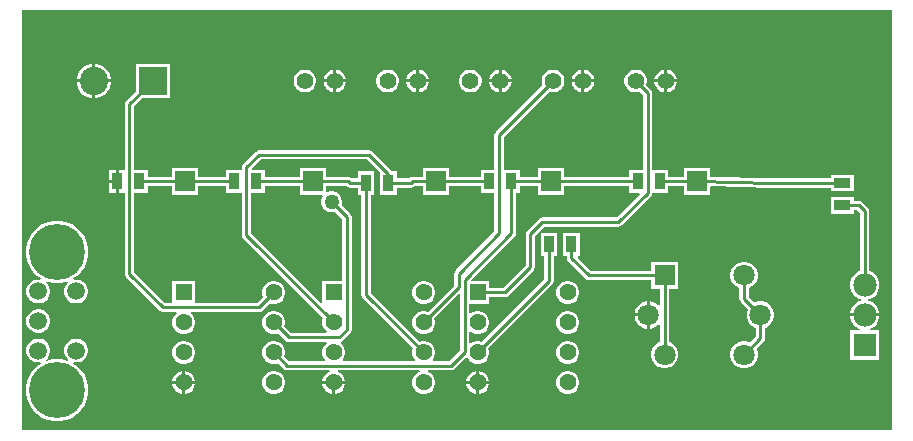
<source format=gtl>
G04*
G04 #@! TF.GenerationSoftware,Altium Limited,Altium Designer,23.2.1 (34)*
G04*
G04 Layer_Physical_Order=1*
G04 Layer_Color=255*
%FSLAX44Y44*%
%MOMM*%
G71*
G04*
G04 #@! TF.SameCoordinates,2F04A12E-80DC-47A9-97FB-97186C95C1CF*
G04*
G04*
G04 #@! TF.FilePolarity,Positive*
G04*
G01*
G75*
%ADD14C,0.2540*%
%ADD15R,0.9000X1.4500*%
%ADD16R,1.4500X0.9000*%
%ADD32C,1.5000*%
%ADD33C,4.7400*%
%ADD34C,2.4000*%
%ADD35R,2.4000X2.4000*%
%ADD36R,1.7250X1.7250*%
%ADD37C,1.4250*%
%ADD38R,1.4250X1.4250*%
%ADD39R,1.9800X1.9800*%
%ADD40C,1.9800*%
%ADD41R,1.8000X1.8000*%
%ADD42C,1.8000*%
%ADD43C,1.4160*%
%ADD44C,1.2700*%
G36*
X1003300Y260350D02*
X266700D01*
Y615950D01*
X1003300D01*
Y260350D01*
D02*
G37*
%LPC*%
G36*
X329574Y570800D02*
X328930D01*
Y557530D01*
X342200D01*
Y558174D01*
X341209Y561872D01*
X339295Y565188D01*
X336588Y567895D01*
X333272Y569809D01*
X329574Y570800D01*
D02*
G37*
G36*
X813100Y565879D02*
Y557530D01*
X821449D01*
X820795Y559973D01*
X819528Y562167D01*
X817737Y563958D01*
X815543Y565224D01*
X813100Y565879D01*
D02*
G37*
G36*
X810560D02*
X808117Y565224D01*
X805923Y563958D01*
X804132Y562167D01*
X802866Y559973D01*
X802211Y557530D01*
X810560D01*
Y565879D01*
D02*
G37*
G36*
X743100D02*
Y557530D01*
X751449D01*
X750794Y559973D01*
X749528Y562167D01*
X747737Y563958D01*
X745543Y565224D01*
X743100Y565879D01*
D02*
G37*
G36*
X740560D02*
X738117Y565224D01*
X735923Y563958D01*
X734132Y562167D01*
X732866Y559973D01*
X732211Y557530D01*
X740560D01*
Y565879D01*
D02*
G37*
G36*
X673100D02*
Y557530D01*
X681449D01*
X680794Y559973D01*
X679528Y562167D01*
X677737Y563958D01*
X675543Y565224D01*
X673100Y565879D01*
D02*
G37*
G36*
X670560D02*
X668117Y565224D01*
X665923Y563958D01*
X664132Y562167D01*
X662866Y559973D01*
X662211Y557530D01*
X670560D01*
Y565879D01*
D02*
G37*
G36*
X603100D02*
Y557530D01*
X611449D01*
X610794Y559973D01*
X609528Y562167D01*
X607737Y563958D01*
X605543Y565224D01*
X603100Y565879D01*
D02*
G37*
G36*
X600560D02*
X598117Y565224D01*
X595923Y563958D01*
X594132Y562167D01*
X592866Y559973D01*
X592211Y557530D01*
X600560D01*
Y565879D01*
D02*
G37*
G36*
X533100D02*
Y557530D01*
X541449D01*
X540794Y559973D01*
X539528Y562167D01*
X537737Y563958D01*
X535543Y565224D01*
X533100Y565879D01*
D02*
G37*
G36*
X530560D02*
X528117Y565224D01*
X525923Y563958D01*
X524132Y562167D01*
X522865Y559973D01*
X522211Y557530D01*
X530560D01*
Y565879D01*
D02*
G37*
G36*
X326390Y570800D02*
X325746D01*
X322048Y569809D01*
X318732Y567895D01*
X316025Y565188D01*
X314111Y561872D01*
X313120Y558174D01*
Y557530D01*
X326390D01*
Y570800D01*
D02*
G37*
G36*
X821449Y554990D02*
X813100D01*
Y546641D01*
X815543Y547296D01*
X817737Y548562D01*
X819528Y550353D01*
X820795Y552547D01*
X821449Y554990D01*
D02*
G37*
G36*
X810560D02*
X802211D01*
X802866Y552547D01*
X804132Y550353D01*
X805923Y548562D01*
X808117Y547296D01*
X810560Y546641D01*
Y554990D01*
D02*
G37*
G36*
X751449D02*
X743100D01*
Y546641D01*
X745543Y547296D01*
X747737Y548562D01*
X749528Y550353D01*
X750794Y552547D01*
X751449Y554990D01*
D02*
G37*
G36*
X740560D02*
X732211D01*
X732866Y552547D01*
X734132Y550353D01*
X735923Y548562D01*
X738117Y547296D01*
X740560Y546641D01*
Y554990D01*
D02*
G37*
G36*
X681449D02*
X673100D01*
Y546641D01*
X675543Y547296D01*
X677737Y548562D01*
X679528Y550353D01*
X680794Y552547D01*
X681449Y554990D01*
D02*
G37*
G36*
X670560D02*
X662211D01*
X662866Y552547D01*
X664132Y550353D01*
X665923Y548562D01*
X668117Y547296D01*
X670560Y546641D01*
Y554990D01*
D02*
G37*
G36*
X611449D02*
X603100D01*
Y546641D01*
X605543Y547296D01*
X607737Y548562D01*
X609528Y550353D01*
X610794Y552547D01*
X611449Y554990D01*
D02*
G37*
G36*
X600560D02*
X592211D01*
X592866Y552547D01*
X594132Y550353D01*
X595923Y548562D01*
X598117Y547296D01*
X600560Y546641D01*
Y554990D01*
D02*
G37*
G36*
X541449D02*
X533100D01*
Y546641D01*
X535543Y547296D01*
X537737Y548562D01*
X539528Y550353D01*
X540794Y552547D01*
X541449Y554990D01*
D02*
G37*
G36*
X530560D02*
X522211D01*
X522865Y552547D01*
X524132Y550353D01*
X525923Y548562D01*
X528117Y547296D01*
X530560Y546641D01*
Y554990D01*
D02*
G37*
G36*
X647697Y565880D02*
X645163D01*
X642717Y565224D01*
X640523Y563958D01*
X638732Y562167D01*
X637466Y559973D01*
X636810Y557527D01*
Y554994D01*
X637466Y552547D01*
X638732Y550353D01*
X640523Y548562D01*
X642717Y547296D01*
X645163Y546640D01*
X647697D01*
X650143Y547296D01*
X652337Y548562D01*
X654128Y550353D01*
X655394Y552547D01*
X656050Y554994D01*
Y557527D01*
X655394Y559973D01*
X654128Y562167D01*
X652337Y563958D01*
X650143Y565224D01*
X647697Y565880D01*
D02*
G37*
G36*
X577697D02*
X575164D01*
X572717Y565224D01*
X570523Y563958D01*
X568732Y562167D01*
X567466Y559973D01*
X566810Y557527D01*
Y554994D01*
X567466Y552547D01*
X568732Y550353D01*
X570523Y548562D01*
X572717Y547296D01*
X575164Y546640D01*
X577697D01*
X580143Y547296D01*
X582337Y548562D01*
X584128Y550353D01*
X585395Y552547D01*
X586050Y554994D01*
Y557527D01*
X585395Y559973D01*
X584128Y562167D01*
X582337Y563958D01*
X580143Y565224D01*
X577697Y565880D01*
D02*
G37*
G36*
X507696D02*
X505163D01*
X502717Y565224D01*
X500523Y563958D01*
X498732Y562167D01*
X497465Y559973D01*
X496810Y557527D01*
Y554994D01*
X497465Y552547D01*
X498732Y550353D01*
X500523Y548562D01*
X502717Y547296D01*
X505163Y546640D01*
X507696D01*
X510143Y547296D01*
X512337Y548562D01*
X514128Y550353D01*
X515394Y552547D01*
X516050Y554994D01*
Y557527D01*
X515394Y559973D01*
X514128Y562167D01*
X512337Y563958D01*
X510143Y565224D01*
X507696Y565880D01*
D02*
G37*
G36*
X342200Y554990D02*
X328930D01*
Y541720D01*
X329574D01*
X333272Y542711D01*
X336588Y544625D01*
X339295Y547332D01*
X341209Y550648D01*
X342200Y554346D01*
Y554990D01*
D02*
G37*
G36*
X326390D02*
X313120D01*
Y554346D01*
X314111Y550648D01*
X316025Y547332D01*
X318732Y544625D01*
X322048Y542711D01*
X325746Y541720D01*
X326390D01*
Y554990D01*
D02*
G37*
G36*
X346100Y480960D02*
X340330D01*
Y472440D01*
X346100D01*
Y480960D01*
D02*
G37*
G36*
X392200Y570800D02*
X363120D01*
Y547214D01*
X355139Y539233D01*
X354297Y537973D01*
X354001Y536486D01*
Y480960D01*
X348640D01*
Y471170D01*
Y461380D01*
X354001D01*
Y393192D01*
X354297Y391705D01*
X355139Y390445D01*
X383841Y361743D01*
X385101Y360901D01*
X386588Y360605D01*
X397470D01*
X397737Y359335D01*
X396126Y357724D01*
X394854Y355521D01*
X394195Y353062D01*
Y350518D01*
X394854Y348060D01*
X396126Y345855D01*
X397925Y344056D01*
X400130Y342784D01*
X402588Y342125D01*
X405132D01*
X407590Y342784D01*
X409795Y344056D01*
X411594Y345855D01*
X412866Y348060D01*
X413525Y350518D01*
Y353062D01*
X412866Y355521D01*
X411594Y357724D01*
X409983Y359335D01*
X410250Y360605D01*
X467360D01*
X468847Y360901D01*
X470107Y361743D01*
X476501Y368138D01*
X478788Y367525D01*
X481332D01*
X483791Y368184D01*
X485994Y369456D01*
X487794Y371255D01*
X489066Y373460D01*
X489725Y375918D01*
Y378462D01*
X489066Y380920D01*
X487794Y383125D01*
X485994Y384924D01*
X483791Y386196D01*
X481332Y386855D01*
X478788D01*
X476329Y386196D01*
X474126Y384924D01*
X472326Y383125D01*
X471054Y380920D01*
X470395Y378462D01*
Y375918D01*
X471008Y373631D01*
X465751Y368375D01*
X413525D01*
Y386855D01*
X394195D01*
Y368375D01*
X388197D01*
X361771Y394801D01*
Y461380D01*
X373410D01*
Y467285D01*
X393965D01*
Y460005D01*
X416295D01*
Y467285D01*
X439390D01*
Y461380D01*
X453061D01*
Y425704D01*
X453357Y424217D01*
X454199Y422957D01*
X521808Y355349D01*
X521195Y353062D01*
Y350518D01*
X521854Y348060D01*
X523126Y345855D01*
X524737Y344245D01*
X524470Y342975D01*
X494369D01*
X489112Y348231D01*
X489725Y350518D01*
Y353062D01*
X489066Y355521D01*
X487794Y357724D01*
X485994Y359524D01*
X483791Y360796D01*
X481332Y361455D01*
X478788D01*
X476329Y360796D01*
X474126Y359524D01*
X472326Y357724D01*
X471054Y355521D01*
X470395Y353062D01*
Y350518D01*
X471054Y348060D01*
X472326Y345855D01*
X474126Y344056D01*
X476329Y342784D01*
X478788Y342125D01*
X481332D01*
X483619Y342738D01*
X490013Y336343D01*
X491273Y335501D01*
X492760Y335205D01*
X524470D01*
X524737Y333935D01*
X523126Y332324D01*
X521854Y330121D01*
X521195Y327662D01*
Y325118D01*
X521854Y322659D01*
X523126Y320456D01*
X523310Y320272D01*
X522824Y319099D01*
X492845D01*
X489112Y322831D01*
X489725Y325118D01*
Y327662D01*
X489066Y330121D01*
X487794Y332324D01*
X485994Y334124D01*
X483791Y335396D01*
X481332Y336055D01*
X478788D01*
X476329Y335396D01*
X474126Y334124D01*
X472326Y332324D01*
X471054Y330121D01*
X470395Y327662D01*
Y325118D01*
X471054Y322659D01*
X472326Y320456D01*
X474126Y318656D01*
X476329Y317384D01*
X478788Y316725D01*
X481332D01*
X483619Y317338D01*
X488489Y312467D01*
X489749Y311625D01*
X491236Y311329D01*
X527197D01*
X527365Y310059D01*
X527130Y309996D01*
X524925Y308724D01*
X523126Y306924D01*
X521854Y304720D01*
X521195Y302262D01*
Y302260D01*
X540525D01*
Y302262D01*
X539866Y304720D01*
X538594Y306924D01*
X536795Y308724D01*
X534590Y309996D01*
X534355Y310059D01*
X534523Y311329D01*
X603397D01*
X603565Y310059D01*
X603330Y309996D01*
X601125Y308724D01*
X599326Y306924D01*
X598054Y304720D01*
X597395Y302262D01*
Y299718D01*
X598054Y297260D01*
X599326Y295056D01*
X601125Y293256D01*
X603330Y291984D01*
X605788Y291325D01*
X608332D01*
X610790Y291984D01*
X612994Y293256D01*
X614794Y295056D01*
X616066Y297260D01*
X616725Y299718D01*
Y302262D01*
X616066Y304720D01*
X614794Y306924D01*
X612994Y308724D01*
X610790Y309996D01*
X610555Y310059D01*
X610723Y311329D01*
X629920D01*
X631407Y311625D01*
X632667Y312467D01*
X642622Y322422D01*
X644096Y322100D01*
X645046Y320456D01*
X646845Y318656D01*
X649050Y317384D01*
X651508Y316725D01*
X654052D01*
X656510Y317384D01*
X658715Y318656D01*
X660514Y320456D01*
X661786Y322659D01*
X662445Y325118D01*
Y327662D01*
X661832Y329949D01*
X715877Y383993D01*
X716719Y385253D01*
X717014Y386740D01*
Y408040D01*
X720170D01*
Y427620D01*
X706090D01*
Y408040D01*
X709245D01*
Y388349D01*
X656339Y335442D01*
X654052Y336055D01*
X651508D01*
X649050Y335396D01*
X646999Y334213D01*
X645729Y334597D01*
Y343583D01*
X646999Y343967D01*
X649050Y342784D01*
X651508Y342125D01*
X654052D01*
X656510Y342784D01*
X658715Y344056D01*
X660514Y345855D01*
X661786Y348060D01*
X662445Y350518D01*
Y353062D01*
X661786Y355521D01*
X660514Y357724D01*
X658715Y359524D01*
X656510Y360796D01*
X654052Y361455D01*
X651508D01*
X649050Y360796D01*
X646999Y359613D01*
X645729Y359997D01*
Y367525D01*
X662445D01*
Y373305D01*
X675640D01*
X677127Y373601D01*
X678387Y374443D01*
X699977Y396033D01*
X700819Y397293D01*
X701115Y398780D01*
Y425111D01*
X708999Y432995D01*
X771906D01*
X773393Y433291D01*
X774653Y434133D01*
X799291Y458771D01*
X800133Y460031D01*
X800401Y461380D01*
X814100D01*
Y467285D01*
X827035D01*
Y460005D01*
X849365D01*
Y466142D01*
X850272Y467031D01*
X900906Y465966D01*
X900947Y465974D01*
X900988Y465966D01*
X951600D01*
Y462810D01*
X971180D01*
Y476890D01*
X951600D01*
Y473735D01*
X901028D01*
X849365Y474821D01*
Y482335D01*
X827035D01*
Y475055D01*
X814100D01*
Y480960D01*
X800429D01*
Y546146D01*
X800133Y547633D01*
X799291Y548893D01*
X795446Y552738D01*
X796050Y554994D01*
Y557527D01*
X795395Y559973D01*
X794128Y562167D01*
X792337Y563958D01*
X790143Y565224D01*
X787697Y565880D01*
X785164D01*
X782717Y565224D01*
X780523Y563958D01*
X778732Y562167D01*
X777466Y559973D01*
X776810Y557527D01*
Y554994D01*
X777466Y552547D01*
X778732Y550353D01*
X780523Y548562D01*
X782717Y547296D01*
X785164Y546640D01*
X787697D01*
X789952Y547244D01*
X792659Y544537D01*
Y480960D01*
X781020D01*
Y475055D01*
X726175D01*
Y482335D01*
X703845D01*
Y475055D01*
X688370D01*
Y480960D01*
X674699D01*
Y509035D01*
X712908Y547244D01*
X715163Y546640D01*
X717696D01*
X720143Y547296D01*
X722337Y548562D01*
X724128Y550353D01*
X725394Y552547D01*
X726050Y554994D01*
Y557527D01*
X725394Y559973D01*
X724128Y562167D01*
X722337Y563958D01*
X720143Y565224D01*
X717696Y565880D01*
X715163D01*
X712717Y565224D01*
X710523Y563958D01*
X708732Y562167D01*
X707466Y559973D01*
X706810Y557527D01*
Y554994D01*
X707414Y552738D01*
X668067Y513391D01*
X667225Y512131D01*
X666929Y510644D01*
Y480960D01*
X655290D01*
Y475055D01*
X628385D01*
Y482335D01*
X606055D01*
Y475055D01*
X597662D01*
X596175Y474759D01*
X594915Y473917D01*
X594783Y473785D01*
X584230D01*
Y479690D01*
X580322D01*
X579937Y480267D01*
X563681Y496523D01*
X562421Y497365D01*
X560934Y497661D01*
X467360D01*
X465873Y497365D01*
X464613Y496523D01*
X454199Y486109D01*
X453357Y484849D01*
X453061Y483362D01*
Y480960D01*
X439390D01*
Y475055D01*
X416295D01*
Y482335D01*
X393965D01*
Y475055D01*
X373410D01*
Y480960D01*
X361771D01*
Y534877D01*
X368614Y541720D01*
X392200D01*
Y570800D01*
D02*
G37*
G36*
X346100Y469900D02*
X340330D01*
Y461380D01*
X346100D01*
Y469900D01*
D02*
G37*
G36*
X299254Y437800D02*
X294086D01*
X289016Y436792D01*
X284241Y434814D01*
X279943Y431942D01*
X276288Y428287D01*
X273416Y423990D01*
X271438Y419214D01*
X270430Y414145D01*
Y408976D01*
X271438Y403906D01*
X273416Y399131D01*
X276288Y394833D01*
X279943Y391178D01*
X282977Y389151D01*
X282446Y387979D01*
X281992Y388100D01*
X279348D01*
X276795Y387416D01*
X274505Y386094D01*
X272636Y384225D01*
X271314Y381936D01*
X270630Y379382D01*
Y376738D01*
X271314Y374185D01*
X272636Y371895D01*
X274505Y370026D01*
X276795Y368704D01*
X279348Y368020D01*
X281992D01*
X284545Y368704D01*
X286835Y370026D01*
X288704Y371895D01*
X290026Y374185D01*
X290710Y376738D01*
Y379382D01*
X290026Y381936D01*
X288704Y384225D01*
X287239Y385690D01*
X287958Y386767D01*
X289016Y386329D01*
X294086Y385320D01*
X299254D01*
X304324Y386329D01*
X305382Y386767D01*
X306101Y385690D01*
X304636Y384225D01*
X303314Y381936D01*
X302630Y379382D01*
Y376738D01*
X303314Y374185D01*
X304636Y371895D01*
X306505Y370026D01*
X308795Y368704D01*
X311348Y368020D01*
X313992D01*
X316545Y368704D01*
X318835Y370026D01*
X320704Y371895D01*
X322026Y374185D01*
X322710Y376738D01*
Y379382D01*
X322026Y381936D01*
X320704Y384225D01*
X318835Y386094D01*
X316545Y387416D01*
X313992Y388100D01*
X311348D01*
X310894Y387979D01*
X310363Y389151D01*
X313397Y391178D01*
X317052Y394833D01*
X319924Y399131D01*
X321902Y403906D01*
X322910Y408976D01*
Y414145D01*
X321902Y419214D01*
X319924Y423990D01*
X317052Y428287D01*
X313397Y431942D01*
X309099Y434814D01*
X304324Y436792D01*
X299254Y437800D01*
D02*
G37*
G36*
X730252Y386855D02*
X727708D01*
X725249Y386196D01*
X723046Y384924D01*
X721246Y383125D01*
X719974Y380920D01*
X719315Y378462D01*
Y375918D01*
X719974Y373460D01*
X721246Y371255D01*
X723046Y369456D01*
X725249Y368184D01*
X727708Y367525D01*
X730252D01*
X732710Y368184D01*
X734914Y369456D01*
X736714Y371255D01*
X737986Y373460D01*
X738645Y375918D01*
Y378462D01*
X737986Y380920D01*
X736714Y383125D01*
X734914Y384924D01*
X732710Y386196D01*
X730252Y386855D01*
D02*
G37*
G36*
X739170Y427620D02*
X725090D01*
Y408040D01*
X728245D01*
Y406400D01*
X728541Y404913D01*
X729383Y403653D01*
X744056Y388981D01*
X745316Y388139D01*
X746803Y387843D01*
X799423D01*
Y380187D01*
X807078D01*
Y366228D01*
X805808Y365702D01*
X804136Y367374D01*
X801504Y368894D01*
X798569Y369680D01*
X798320D01*
Y358140D01*
Y346600D01*
X798569D01*
X801504Y347387D01*
X804136Y348906D01*
X805808Y350578D01*
X807078Y350052D01*
Y335459D01*
X806508Y335306D01*
X803877Y333787D01*
X801728Y331638D01*
X800209Y329007D01*
X799423Y326072D01*
Y323033D01*
X800209Y320098D01*
X801728Y317467D01*
X803877Y315318D01*
X806508Y313799D01*
X809443Y313013D01*
X812482D01*
X815417Y313799D01*
X818048Y315318D01*
X820197Y317467D01*
X821716Y320098D01*
X822503Y323033D01*
Y326072D01*
X821716Y329007D01*
X820197Y331638D01*
X818048Y333787D01*
X815417Y335306D01*
X814847Y335459D01*
Y380187D01*
X822503D01*
Y403267D01*
X799423D01*
Y395612D01*
X748412D01*
X737254Y406770D01*
X737780Y408040D01*
X739170D01*
Y427620D01*
D02*
G37*
G36*
X795780Y369680D02*
X795531D01*
X792596Y368894D01*
X789964Y367374D01*
X787816Y365226D01*
X786296Y362594D01*
X785510Y359659D01*
Y359410D01*
X795780D01*
Y369680D01*
D02*
G37*
G36*
X971180Y457890D02*
X951600D01*
Y443810D01*
X971180D01*
Y446965D01*
X973751D01*
X976555Y444161D01*
Y395478D01*
X975638Y395232D01*
X972802Y393595D01*
X970486Y391278D01*
X968848Y388442D01*
X968000Y385278D01*
Y382002D01*
X968848Y378838D01*
X970486Y376002D01*
X972802Y373686D01*
X975638Y372048D01*
X977506Y371547D01*
Y370233D01*
X975638Y369732D01*
X972802Y368094D01*
X970486Y365778D01*
X968848Y362942D01*
X968000Y359778D01*
Y359410D01*
X980440D01*
X992880D01*
Y359778D01*
X992032Y362942D01*
X990395Y365778D01*
X988078Y368094D01*
X985242Y369732D01*
X983374Y370233D01*
Y371547D01*
X985242Y372048D01*
X988078Y373686D01*
X990395Y376002D01*
X992032Y378838D01*
X992880Y382002D01*
Y385278D01*
X992032Y388442D01*
X990395Y391278D01*
X988078Y393595D01*
X985242Y395232D01*
X984325Y395478D01*
Y445770D01*
X984029Y447257D01*
X983187Y448517D01*
X978107Y453597D01*
X976847Y454439D01*
X975360Y454735D01*
X971180D01*
Y457890D01*
D02*
G37*
G36*
X795780Y356870D02*
X785510D01*
Y356621D01*
X786296Y353686D01*
X787816Y351054D01*
X789964Y348906D01*
X792596Y347387D01*
X795531Y346600D01*
X795780D01*
Y356870D01*
D02*
G37*
G36*
X281992Y363100D02*
X279348D01*
X276795Y362416D01*
X274505Y361094D01*
X272636Y359225D01*
X271314Y356935D01*
X270630Y354382D01*
Y351738D01*
X271314Y349185D01*
X272636Y346895D01*
X274505Y345026D01*
X276795Y343704D01*
X279348Y343020D01*
X281992D01*
X284545Y343704D01*
X286835Y345026D01*
X288704Y346895D01*
X290026Y349185D01*
X290710Y351738D01*
Y354382D01*
X290026Y356935D01*
X288704Y359225D01*
X286835Y361094D01*
X284545Y362416D01*
X281992Y363100D01*
D02*
G37*
G36*
X730252Y361455D02*
X727708D01*
X725249Y360796D01*
X723046Y359524D01*
X721246Y357724D01*
X719974Y355521D01*
X719315Y353062D01*
Y350518D01*
X719974Y348060D01*
X721246Y345855D01*
X723046Y344056D01*
X725249Y342784D01*
X727708Y342125D01*
X730252D01*
X732710Y342784D01*
X734914Y344056D01*
X736714Y345855D01*
X737986Y348060D01*
X738645Y350518D01*
Y353062D01*
X737986Y355521D01*
X736714Y357724D01*
X734914Y359524D01*
X732710Y360796D01*
X730252Y361455D01*
D02*
G37*
G36*
X879657Y403267D02*
X876618D01*
X873683Y402481D01*
X871052Y400962D01*
X868903Y398813D01*
X867384Y396182D01*
X866598Y393247D01*
Y390208D01*
X867384Y387273D01*
X868903Y384642D01*
X871052Y382493D01*
X873683Y380974D01*
X874253Y380821D01*
Y372053D01*
X874548Y370566D01*
X875391Y369306D01*
X881591Y363105D01*
X881296Y362594D01*
X880510Y359659D01*
Y356621D01*
X881296Y353686D01*
X882816Y351054D01*
X884964Y348906D01*
X887596Y347387D01*
X888165Y347234D01*
Y340074D01*
X883102Y335011D01*
X882592Y335306D01*
X879657Y336092D01*
X876618D01*
X873683Y335306D01*
X871052Y333787D01*
X868903Y331638D01*
X867384Y329007D01*
X866598Y326072D01*
Y323033D01*
X867384Y320098D01*
X868903Y317467D01*
X871052Y315318D01*
X873683Y313799D01*
X876618Y313013D01*
X879657D01*
X882592Y313799D01*
X885223Y315318D01*
X887372Y317467D01*
X888891Y320098D01*
X889677Y323033D01*
Y326072D01*
X888891Y329007D01*
X888596Y329518D01*
X894797Y335718D01*
X895639Y336979D01*
X895935Y338465D01*
Y347234D01*
X896504Y347387D01*
X899136Y348906D01*
X901284Y351054D01*
X902804Y353686D01*
X903590Y356621D01*
Y359659D01*
X902804Y362594D01*
X901284Y365226D01*
X899136Y367374D01*
X896504Y368894D01*
X893569Y369680D01*
X890531D01*
X887596Y368894D01*
X887085Y368599D01*
X882022Y373662D01*
Y380821D01*
X882592Y380974D01*
X885223Y382493D01*
X887372Y384642D01*
X888891Y387273D01*
X889677Y390208D01*
Y393247D01*
X888891Y396182D01*
X887372Y398813D01*
X885223Y400962D01*
X882592Y402481D01*
X879657Y403267D01*
D02*
G37*
G36*
X992880Y356870D02*
X980440D01*
X968000D01*
Y356502D01*
X968848Y353338D01*
X970486Y350502D01*
X972802Y348186D01*
X975638Y346548D01*
X976377Y346350D01*
X976209Y345080D01*
X968000D01*
Y320200D01*
X992880D01*
Y345080D01*
X984670D01*
X984503Y346350D01*
X985242Y346548D01*
X988078Y348186D01*
X990395Y350502D01*
X992032Y353338D01*
X992880Y356502D01*
Y356870D01*
D02*
G37*
G36*
X313992Y338100D02*
X311348D01*
X308795Y337416D01*
X306505Y336094D01*
X304636Y334225D01*
X303314Y331935D01*
X302630Y329382D01*
Y326738D01*
X303314Y324184D01*
X304636Y321895D01*
X306100Y320431D01*
X305381Y319354D01*
X304324Y319792D01*
X299254Y320800D01*
X294086D01*
X289016Y319792D01*
X287959Y319354D01*
X287240Y320431D01*
X288704Y321895D01*
X290026Y324184D01*
X290710Y326738D01*
Y329382D01*
X290026Y331935D01*
X288704Y334225D01*
X286835Y336094D01*
X284545Y337416D01*
X281992Y338100D01*
X279348D01*
X276795Y337416D01*
X274505Y336094D01*
X272636Y334225D01*
X271314Y331935D01*
X270630Y329382D01*
Y326738D01*
X271314Y324184D01*
X272636Y321895D01*
X274505Y320026D01*
X276795Y318704D01*
X279348Y318020D01*
X281992D01*
X282444Y318141D01*
X282976Y316969D01*
X279943Y314942D01*
X276288Y311287D01*
X273416Y306990D01*
X271438Y302214D01*
X270430Y297145D01*
Y291976D01*
X271438Y286906D01*
X273416Y282131D01*
X276288Y277833D01*
X279943Y274178D01*
X284241Y271307D01*
X289016Y269329D01*
X294086Y268320D01*
X299254D01*
X304324Y269329D01*
X309099Y271307D01*
X313397Y274178D01*
X317052Y277833D01*
X319924Y282131D01*
X321902Y286906D01*
X322910Y291976D01*
Y297145D01*
X321902Y302214D01*
X319924Y306990D01*
X317052Y311287D01*
X313397Y314942D01*
X310364Y316969D01*
X310895Y318141D01*
X311348Y318020D01*
X313992D01*
X316545Y318704D01*
X318835Y320026D01*
X320704Y321895D01*
X322026Y324184D01*
X322710Y326738D01*
Y329382D01*
X322026Y331935D01*
X320704Y334225D01*
X318835Y336094D01*
X316545Y337416D01*
X313992Y338100D01*
D02*
G37*
G36*
X730252Y336055D02*
X727708D01*
X725249Y335396D01*
X723046Y334124D01*
X721246Y332324D01*
X719974Y330121D01*
X719315Y327662D01*
Y325118D01*
X719974Y322659D01*
X721246Y320456D01*
X723046Y318656D01*
X725249Y317384D01*
X727708Y316725D01*
X730252D01*
X732710Y317384D01*
X734914Y318656D01*
X736714Y320456D01*
X737986Y322659D01*
X738645Y325118D01*
Y327662D01*
X737986Y330121D01*
X736714Y332324D01*
X734914Y334124D01*
X732710Y335396D01*
X730252Y336055D01*
D02*
G37*
G36*
X405132D02*
X402588D01*
X400130Y335396D01*
X397925Y334124D01*
X396126Y332324D01*
X394854Y330121D01*
X394195Y327662D01*
Y325118D01*
X394854Y322659D01*
X396126Y320456D01*
X397925Y318656D01*
X400130Y317384D01*
X402588Y316725D01*
X405132D01*
X407590Y317384D01*
X409795Y318656D01*
X411594Y320456D01*
X412866Y322659D01*
X413525Y325118D01*
Y327662D01*
X412866Y330121D01*
X411594Y332324D01*
X409795Y334124D01*
X407590Y335396D01*
X405132Y336055D01*
D02*
G37*
G36*
X654052Y310655D02*
X654050D01*
Y302260D01*
X662445D01*
Y302262D01*
X661786Y304720D01*
X660514Y306924D01*
X658715Y308724D01*
X656510Y309996D01*
X654052Y310655D01*
D02*
G37*
G36*
X651510D02*
X651508D01*
X649050Y309996D01*
X646845Y308724D01*
X645046Y306924D01*
X643774Y304720D01*
X643115Y302262D01*
Y302260D01*
X651510D01*
Y310655D01*
D02*
G37*
G36*
X405132D02*
X405130D01*
Y302260D01*
X413525D01*
Y302262D01*
X412866Y304720D01*
X411594Y306924D01*
X409795Y308724D01*
X407590Y309996D01*
X405132Y310655D01*
D02*
G37*
G36*
X402590D02*
X402588D01*
X400130Y309996D01*
X397925Y308724D01*
X396126Y306924D01*
X394854Y304720D01*
X394195Y302262D01*
Y302260D01*
X402590D01*
Y310655D01*
D02*
G37*
G36*
X730252D02*
X727708D01*
X725249Y309996D01*
X723046Y308724D01*
X721246Y306924D01*
X719974Y304720D01*
X719315Y302262D01*
Y299718D01*
X719974Y297260D01*
X721246Y295056D01*
X723046Y293256D01*
X725249Y291984D01*
X727708Y291325D01*
X730252D01*
X732710Y291984D01*
X734914Y293256D01*
X736714Y295056D01*
X737986Y297260D01*
X738645Y299718D01*
Y302262D01*
X737986Y304720D01*
X736714Y306924D01*
X734914Y308724D01*
X732710Y309996D01*
X730252Y310655D01*
D02*
G37*
G36*
X662445Y299720D02*
X654050D01*
Y291325D01*
X654052D01*
X656510Y291984D01*
X658715Y293256D01*
X660514Y295056D01*
X661786Y297260D01*
X662445Y299718D01*
Y299720D01*
D02*
G37*
G36*
X651510D02*
X643115D01*
Y299718D01*
X643774Y297260D01*
X645046Y295056D01*
X646845Y293256D01*
X649050Y291984D01*
X651508Y291325D01*
X651510D01*
Y299720D01*
D02*
G37*
G36*
X540525D02*
X532130D01*
Y291325D01*
X532132D01*
X534590Y291984D01*
X536795Y293256D01*
X538594Y295056D01*
X539866Y297260D01*
X540525Y299718D01*
Y299720D01*
D02*
G37*
G36*
X529590D02*
X521195D01*
Y299718D01*
X521854Y297260D01*
X523126Y295056D01*
X524925Y293256D01*
X527130Y291984D01*
X529588Y291325D01*
X529590D01*
Y299720D01*
D02*
G37*
G36*
X481332Y310655D02*
X478788D01*
X476329Y309996D01*
X474126Y308724D01*
X472326Y306924D01*
X471054Y304720D01*
X470395Y302262D01*
Y299718D01*
X471054Y297260D01*
X472326Y295056D01*
X474126Y293256D01*
X476329Y291984D01*
X478788Y291325D01*
X481332D01*
X483791Y291984D01*
X485994Y293256D01*
X487794Y295056D01*
X489066Y297260D01*
X489725Y299718D01*
Y302262D01*
X489066Y304720D01*
X487794Y306924D01*
X485994Y308724D01*
X483791Y309996D01*
X481332Y310655D01*
D02*
G37*
G36*
X413525Y299720D02*
X405130D01*
Y291325D01*
X405132D01*
X407590Y291984D01*
X409795Y293256D01*
X411594Y295056D01*
X412866Y297260D01*
X413525Y299718D01*
Y299720D01*
D02*
G37*
G36*
X402590D02*
X394195D01*
Y299718D01*
X394854Y297260D01*
X396126Y295056D01*
X397925Y293256D01*
X400130Y291984D01*
X402588Y291325D01*
X402590D01*
Y299720D01*
D02*
G37*
%LPD*%
G36*
X781020Y461380D02*
X789253D01*
X789739Y460207D01*
X770297Y440765D01*
X707390D01*
X705903Y440469D01*
X704643Y439627D01*
X694483Y429467D01*
X693641Y428207D01*
X693345Y426720D01*
Y400389D01*
X674031Y381075D01*
X662445D01*
Y386855D01*
X647728D01*
X647242Y388028D01*
X684077Y424864D01*
X684919Y426124D01*
X685215Y427611D01*
Y461380D01*
X688370D01*
Y467285D01*
X703845D01*
Y460005D01*
X726175D01*
Y467285D01*
X781020D01*
Y461380D01*
D02*
G37*
G36*
X501915Y460005D02*
X520886D01*
X521609Y458735D01*
X520798Y457329D01*
X520192Y455068D01*
Y452728D01*
X520798Y450467D01*
X521968Y448439D01*
X523623Y446784D01*
X525651Y445614D01*
X527912Y445008D01*
X530252D01*
X532008Y445478D01*
X538151Y439335D01*
Y386855D01*
X521195D01*
Y368745D01*
X519925Y368219D01*
X460831Y427313D01*
Y461380D01*
X472470D01*
Y467285D01*
X501915D01*
Y460005D01*
D02*
G37*
G36*
X570150Y479066D02*
Y460110D01*
X584230D01*
Y466015D01*
X596392D01*
X597879Y466311D01*
X599139Y467153D01*
X599271Y467285D01*
X606055D01*
Y460005D01*
X628385D01*
Y467285D01*
X655290D01*
Y461380D01*
X666929D01*
Y428863D01*
X634018Y395952D01*
X633176Y394692D01*
X632880Y393205D01*
Y383104D01*
X610619Y360842D01*
X608332Y361455D01*
X605788D01*
X603330Y360796D01*
X601125Y359524D01*
X599326Y357724D01*
X598054Y355521D01*
X597395Y353062D01*
Y350518D01*
X598054Y348060D01*
X599326Y345855D01*
X601125Y344056D01*
X603330Y342784D01*
X605788Y342125D01*
X608332D01*
X610790Y342784D01*
X612994Y344056D01*
X614794Y345855D01*
X616066Y348060D01*
X616725Y350518D01*
Y353062D01*
X616112Y355349D01*
X636787Y376023D01*
X637960Y375537D01*
Y328748D01*
X628311Y319099D01*
X615096D01*
X614610Y320272D01*
X614794Y320456D01*
X616066Y322659D01*
X616725Y325118D01*
Y327662D01*
X616066Y330121D01*
X614794Y332324D01*
X612994Y334124D01*
X610790Y335396D01*
X608332Y336055D01*
X605788D01*
X603501Y335442D01*
X562075Y376869D01*
Y460110D01*
X565230D01*
Y479690D01*
X551150D01*
Y473785D01*
X545884D01*
X545752Y473917D01*
X544491Y474759D01*
X543005Y475055D01*
X524245D01*
Y482335D01*
X501915D01*
Y475055D01*
X472470D01*
Y480960D01*
X461834D01*
X461308Y482230D01*
X468969Y489891D01*
X559325D01*
X570150Y479066D01*
D02*
G37*
G36*
X541528Y467153D02*
X542788Y466311D01*
X544275Y466015D01*
X551150D01*
Y460110D01*
X554305D01*
Y375260D01*
X554601Y373773D01*
X555443Y372513D01*
X598008Y329949D01*
X597395Y327662D01*
Y325118D01*
X598054Y322659D01*
X599326Y320456D01*
X599510Y320272D01*
X599024Y319099D01*
X538896D01*
X538410Y320272D01*
X538594Y320456D01*
X539866Y322659D01*
X540525Y325118D01*
Y327662D01*
X539866Y330121D01*
X538594Y332324D01*
X536795Y334124D01*
X536785Y334129D01*
X537006Y335468D01*
X537173Y335501D01*
X538433Y336343D01*
X544783Y342693D01*
X545625Y343953D01*
X545921Y345440D01*
Y440944D01*
X545625Y442431D01*
X544783Y443691D01*
X537502Y450972D01*
X537972Y452728D01*
Y455068D01*
X537366Y457329D01*
X536196Y459357D01*
X534541Y461012D01*
X532513Y462182D01*
X530252Y462788D01*
X527912D01*
X525651Y462182D01*
X525345Y462006D01*
X524245Y462641D01*
Y467285D01*
X541396D01*
X541528Y467153D01*
D02*
G37*
%LPC*%
G36*
X608332Y386855D02*
X605788D01*
X603330Y386196D01*
X601125Y384924D01*
X599326Y383125D01*
X598054Y380920D01*
X597395Y378462D01*
Y375918D01*
X598054Y373460D01*
X599326Y371255D01*
X601125Y369456D01*
X603330Y368184D01*
X605788Y367525D01*
X608332D01*
X610790Y368184D01*
X612994Y369456D01*
X614794Y371255D01*
X616066Y373460D01*
X616725Y375918D01*
Y378462D01*
X616066Y380920D01*
X614794Y383125D01*
X612994Y384924D01*
X610790Y386196D01*
X608332Y386855D01*
D02*
G37*
%LPD*%
D14*
X900988Y469850D02*
X961390D01*
X838200Y471170D02*
X900988Y469850D01*
X681330Y427611D02*
Y471170D01*
X641845Y388125D02*
X681330Y427611D01*
X641845Y327139D02*
Y388125D01*
X629920Y315214D02*
X641845Y327139D01*
X491236Y315214D02*
X629920D01*
X480060Y326390D02*
X491236Y315214D01*
X670814Y510644D02*
X716430Y556260D01*
X670814Y427254D02*
Y510644D01*
X636765Y393205D02*
X670814Y427254D01*
X636765Y381495D02*
Y393205D01*
X607060Y351790D02*
X636765Y381495D01*
X878137Y372053D02*
Y391727D01*
Y372053D02*
X892050Y358140D01*
Y338465D02*
Y358140D01*
X878137Y324553D02*
X892050Y338465D01*
X357886Y536486D02*
X377660Y556260D01*
X357886Y393192D02*
Y536486D01*
Y393192D02*
X386588Y364490D01*
X467360D01*
X480060Y377190D01*
X544275Y469900D02*
X558190D01*
X543005Y471170D02*
X544275Y469900D01*
X513080Y471170D02*
X543005D01*
X480060Y351790D02*
X492760Y339090D01*
X535686D01*
X542036Y345440D01*
Y440944D01*
X529082Y453898D02*
X542036Y440944D01*
X786430Y556260D02*
X796544Y546146D01*
Y461518D02*
Y546146D01*
X771906Y436880D02*
X796544Y461518D01*
X707390Y436880D02*
X771906D01*
X697230Y426720D02*
X707390Y436880D01*
X697230Y398780D02*
Y426720D01*
X675640Y377190D02*
X697230Y398780D01*
X652780Y377190D02*
X675640D01*
X456946Y425704D02*
X530860Y351790D01*
X456946Y425704D02*
Y483362D01*
X467360Y493776D01*
X560934D01*
X577190Y477520D01*
Y469900D02*
Y477520D01*
X652780Y326390D02*
X713130Y386740D01*
Y417830D01*
X558190Y375260D02*
X607060Y326390D01*
X558190Y375260D02*
Y469900D01*
X732130Y406400D02*
Y417830D01*
Y406400D02*
X746803Y391727D01*
X810963D01*
X980440Y383640D02*
Y445770D01*
X975360Y450850D02*
X980440Y445770D01*
X961390Y450850D02*
X975360D01*
X807060Y471170D02*
X838200D01*
X715010D02*
X788060D01*
X681330D02*
X715010D01*
X617220D02*
X662330D01*
X597662D02*
X617220D01*
X596392Y469900D02*
X597662Y471170D01*
X577190Y469900D02*
X596392D01*
X465430Y471170D02*
X513080D01*
X405130D02*
X446430D01*
X366370D02*
X405130D01*
X810963Y324553D02*
Y391727D01*
D15*
X347370Y471170D02*
D03*
X366370D02*
D03*
X446430D02*
D03*
X465430D02*
D03*
X558190Y469900D02*
D03*
X577190D02*
D03*
X662330Y471170D02*
D03*
X681330D02*
D03*
X788060D02*
D03*
X807060D02*
D03*
X713130Y417830D02*
D03*
X732130D02*
D03*
D16*
X961390Y469850D02*
D03*
Y450850D02*
D03*
D32*
X280670Y378060D02*
D03*
Y353060D02*
D03*
Y328060D02*
D03*
X312670Y378060D02*
D03*
Y328060D02*
D03*
D33*
X296670Y411560D02*
D03*
Y294560D02*
D03*
D34*
X327660Y556260D02*
D03*
D35*
X377660D02*
D03*
D36*
X405130Y471170D02*
D03*
X513080D02*
D03*
X617220D02*
D03*
X715010D02*
D03*
X838200D02*
D03*
D37*
X480060Y377190D02*
D03*
Y351790D02*
D03*
Y326390D02*
D03*
Y300990D02*
D03*
X403860D02*
D03*
Y326390D02*
D03*
Y351790D02*
D03*
X607060Y377190D02*
D03*
Y351790D02*
D03*
Y326390D02*
D03*
Y300990D02*
D03*
X530860D02*
D03*
Y326390D02*
D03*
Y351790D02*
D03*
X728980Y377190D02*
D03*
Y351790D02*
D03*
Y326390D02*
D03*
Y300990D02*
D03*
X652780D02*
D03*
Y326390D02*
D03*
Y351790D02*
D03*
D38*
X403860Y377190D02*
D03*
X530860D02*
D03*
X652780D02*
D03*
D39*
X980440Y332640D02*
D03*
D40*
Y358140D02*
D03*
Y383640D02*
D03*
D41*
X810963Y391727D02*
D03*
D42*
X797050Y358140D02*
D03*
X810963Y324553D02*
D03*
X878137D02*
D03*
X892050Y358140D02*
D03*
X878137Y391727D02*
D03*
D43*
X506430Y556260D02*
D03*
X576430D02*
D03*
X646430D02*
D03*
X716430D02*
D03*
X786430D02*
D03*
X531830D02*
D03*
X601830D02*
D03*
X671830D02*
D03*
X741830D02*
D03*
X811830D02*
D03*
D44*
X529082Y453898D02*
D03*
M02*

</source>
